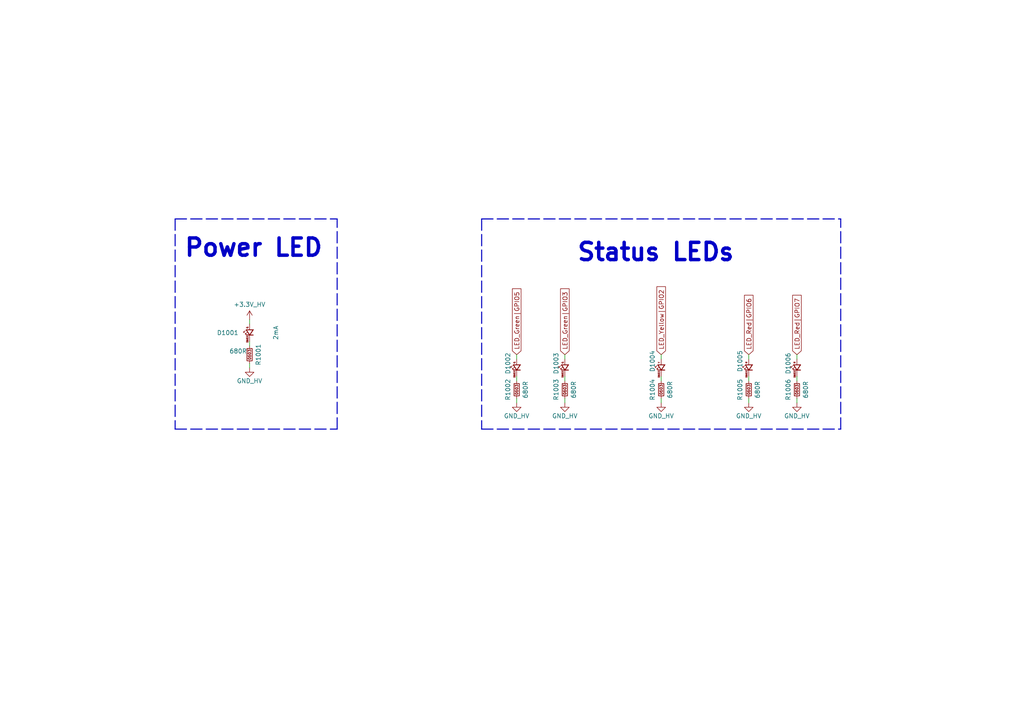
<source format=kicad_sch>
(kicad_sch (version 20250114) (generator "eeschema") (generator_version "9.0")
  (paper "A4")
  (title_block (title "LCB-CCB-01: Control Board - Debugger XDS100  / JTAG") (date "2025-02-21") (rev "1.1.0") (company "PADERBORN UNIVERSITY DEPARTMENT OF POWER ELECTRONICS AND ELECTRICAL DRIVES"))
  (lib_symbols
    (symbol "LEA_SymbolLibrary:+3.3V_HV" (power) (pin_numbers (hide yes)) (pin_names (offset 0)) (exclude_from_sim yes)
      (property "Value" "+3.3V_HV" (at 0 5.08 0))
      (symbol "+3.3V_HV_1_1"
        (polyline (pts (xy -0.762 1.27) (xy 0 2.54)))
        (polyline (pts (xy 0 2.54) (xy 0.762 1.27)))
        (polyline (pts (xy 0 0) (xy 0 2.54)))
        (pin power_in line (at 0 0 90) (length 0) (hide yes) (name "+3.3V_HV") (number "1"))
      )
    )
    (symbol "LEA_SymbolLibrary:GND_HV" (power) (pin_numbers (hide yes)) (pin_names (offset 0)) (exclude_from_sim yes)
      (property "Value" "GND_HV" (at 0 -3.81 0))
      (symbol "GND_HV_1_1"
        (polyline (pts (xy 0 0) (xy 0 -1.27) (xy 1.27 -1.27) (xy 0 -2.54) (xy -1.27 -1.27) (xy 0 -1.27)))
        (pin power_in line (at 0 0 90) (length 0) (hide yes) (name "GND_HV") (number "1"))
      )
    )
    (symbol "LEA_SymbolLibrary:LED_0603_G_2mA_APTD1608LCGCK " (pin_numbers (hide yes)) (pin_names (offset 1.016) (hide yes)) (exclude_from_sim yes)
      (property "Reference" "D" (at 0 2.921 0))
      (symbol "LED_0603_G_2mA_APTD1608LCGCK _0_0"
        (text "0603" (at -1.905 0.635 0) (effects (font (size 0.5 0.5))))
      )
      (symbol "LED_0603_G_2mA_APTD1608LCGCK _1_0"
        (text "G" (at 1.524 0.635 0) (effects (font (size 0.5 0.5))))
      )
      (symbol "LED_0603_G_2mA_APTD1608LCGCK _1_1"
        (polyline (pts (xy -0.6604 -1.0414) (xy -0.6604 0.9906)) (stroke (width 0.254)))
        (polyline (pts (xy 0.1016 0.7366) (xy -0.4064 1.2446) (xy -0.1524 1.2446) (xy -0.4064 1.2446) (xy -0.4064 0.9906)))
        (polyline (pts (xy 0.6096 1.2446) (xy 0.1016 1.7526) (xy 0.3556 1.7526) (xy 0.1016 1.7526) (xy 0.1016 1.4986)))
        (polyline (pts (xy 0.8636 -1.0414) (xy -0.6604 -0.0254) (xy 0.8636 0.9906) (xy 0.8636 -1.0414)) (stroke (width 0.254)))
        (pin passive line (at -2.54 0 0) (length 1.778) (name "C") (number "C"))
        (pin passive line (at 2.54 0 180) (length 1.6002) (name "A") (number "A"))
      )
    )
    (symbol "LEA_SymbolLibrary:LED_0603_R_2mA_APHD1608LSURCK" (pin_numbers (hide yes)) (pin_names (offset 1.016) (hide yes)) (exclude_from_sim yes)
      (property "Reference" "D" (at 0 2.667 0))
      (symbol "LED_0603_R_2mA_APHD1608LSURCK_0_0"
        (text "0603" (at -1.905 0.635 0) (effects (font (size 0.5 0.5))))
      )
      (symbol "LED_0603_R_2mA_APHD1608LSURCK_1_0"
        (text "R" (at 1.524 0.635 0) (effects (font (size 0.5 0.5))))
      )
      (symbol "LED_0603_R_2mA_APHD1608LSURCK_1_1"
        (polyline (pts (xy -0.6604 -1.0414) (xy -0.6604 0.9906)) (stroke (width 0.254)))
        (polyline (pts (xy 0.1016 0.7366) (xy -0.4064 1.2446) (xy -0.1524 1.2446) (xy -0.4064 1.2446) (xy -0.4064 0.9906)))
        (polyline (pts (xy 0.6096 1.2446) (xy 0.1016 1.7526) (xy 0.3556 1.7526) (xy 0.1016 1.7526) (xy 0.1016 1.4986)))
        (polyline (pts (xy 0.8636 -1.0414) (xy -0.6604 -0.0254) (xy 0.8636 0.9906) (xy 0.8636 -1.0414)) (stroke (width 0.254)))
        (pin passive line (at -2.54 0 0) (length 1.778) (name "C") (number "C"))
        (pin passive line (at 2.54 0 180) (length 1.6002) (name "A") (number "A"))
      )
    )
    (symbol "LEA_SymbolLibrary:LED_0603_Y_2mA_APTD1608LSYCK" (pin_numbers (hide yes)) (pin_names (offset 1.016) (hide yes)) (exclude_from_sim yes)
      (property "Reference" "D" (at 0 2.667 0))
      (symbol "LED_0603_Y_2mA_APTD1608LSYCK_0_0"
        (text "0603" (at -1.905 0.635 0) (effects (font (size 0.5 0.5))))
      )
      (symbol "LED_0603_Y_2mA_APTD1608LSYCK_1_0"
        (text "Y" (at 1.524 0.635 0) (effects (font (size 0.5 0.5))))
      )
      (symbol "LED_0603_Y_2mA_APTD1608LSYCK_1_1"
        (polyline (pts (xy -0.6604 -1.0414) (xy -0.6604 0.9906)) (stroke (width 0.254)))
        (polyline (pts (xy 0.1016 0.7366) (xy -0.4064 1.2446) (xy -0.1524 1.2446) (xy -0.4064 1.2446) (xy -0.4064 0.9906)))
        (polyline (pts (xy 0.6096 1.2446) (xy 0.1016 1.7526) (xy 0.3556 1.7526) (xy 0.1016 1.7526) (xy 0.1016 1.4986)))
        (polyline (pts (xy 0.8636 -1.0414) (xy -0.6604 -0.0254) (xy 0.8636 0.9906) (xy 0.8636 -1.0414)) (stroke (width 0.254)))
        (pin passive line (at -2.54 0 0) (length 1.778) (name "C") (number "C"))
        (pin passive line (at 2.54 0 180) (length 1.6002) (name "A") (number "A"))
      )
    )
    (symbol "LEA_SymbolLibrary:R_0603_680R_THICK__1P__75V" (pin_numbers (hide yes)) (pin_names (offset 0.254) (hide yes)) (exclude_from_sim yes)
      (property "Reference" "R" (at 0.762 0.508 0))
      (property "Value" "680R" (at 0.762 -1.016 0))
      (symbol "R_0603_680R_THICK__1P__75V_0_0"
        (text "0603" (at 0 0 900) (effects (font (size 0.8 0.8))))
      )
      (symbol "R_0603_680R_THICK__1P__75V_0_1"
        (rectangle (start -0.762 1.778) (end 0.762 -1.778) (stroke (width 0.2032)))
      )
      (symbol "R_0603_680R_THICK__1P__75V_1_1"
        (pin passive line (at 0 2.54 270) (length 0.762) (name "~") (number "1"))
        (pin passive line (at 0 -2.54 90) (length 0.762) (name "~") (number "2"))
      )
    )
  )
  (text "Status LEDs" (at 213.36 76.2 0) (effects (font (size 5 5) (bold yes)) (justify right bottom)))
  (text "Power LED" (at 93.98 74.93 0) (effects (font (size 5 5) (thickness 1) (bold yes)) (justify right bottom)))
  (wire (pts (xy 72.39 99.06) (xy 72.39 100.33)))
  (polyline (pts (xy 50.8 63.5) (xy 97.79 63.5)) (stroke (width 0.3) (type dash)))
  (wire (pts (xy 191.77 115.57) (xy 191.77 116.84)))
  (wire (pts (xy 149.86 109.22) (xy 149.86 110.49)))
  (polyline (pts (xy 243.84 124.46) (xy 243.84 63.5)) (stroke (width 0.3) (type dash)))
  (wire (pts (xy 191.77 109.22) (xy 191.77 110.49)))
  (wire (pts (xy 163.83 102.87) (xy 163.83 104.14)))
  (polyline (pts (xy 139.7 63.5) (xy 243.84 63.5)) (stroke (width 0.3) (type dash)))
  (wire (pts (xy 231.14 109.22) (xy 231.14 110.49)))
  (wire (pts (xy 191.77 102.87) (xy 191.77 104.14)))
  (polyline (pts (xy 97.79 124.46) (xy 97.79 63.5)) (stroke (width 0.3) (type dash)))
  (wire (pts (xy 149.86 102.87) (xy 149.86 104.14)))
  (wire (pts (xy 72.39 92.71) (xy 72.39 93.98)))
  (polyline (pts (xy 50.8 63.5) (xy 50.8 124.46)) (stroke (width 0.3) (type dash)))
  (polyline (pts (xy 139.7 124.46) (xy 243.84 124.46)) (stroke (width 0.3) (type dash)))
  (polyline (pts (xy 50.8 124.46) (xy 97.79 124.46)) (stroke (width 0.3) (type dash)))
  (wire (pts (xy 217.17 109.22) (xy 217.17 110.49)))
  (wire (pts (xy 217.17 102.87) (xy 217.17 104.14)))
  (wire (pts (xy 149.86 115.57) (xy 149.86 116.84)))
  (wire (pts (xy 163.83 109.22) (xy 163.83 110.49)))
  (wire (pts (xy 231.14 115.57) (xy 231.14 116.84)))
  (polyline (pts (xy 139.7 63.5) (xy 139.7 124.46)) (stroke (width 0.3) (type dash)))
  (wire (pts (xy 217.17 115.57) (xy 217.17 116.84)))
  (wire (pts (xy 231.14 102.87) (xy 231.14 104.14)))
  (wire (pts (xy 72.39 105.41) (xy 72.39 106.68)))
  (wire (pts (xy 163.83 115.57) (xy 163.83 116.84)))
  (global_label "LED_Green|GPIO5" (shape input) (at 149.86 102.87 90) (property "Intersheetrefs" "${INTERSHEET_REFS}" (effects (hide yes))))
  (global_label "LED_Red|GPIO7" (shape input) (at 231.14 102.87 90) (property "Intersheetrefs" "${INTERSHEET_REFS}" (effects (hide yes))))
  (global_label "LED_Green|GPIO3" (shape input) (at 163.83 102.87 90) (property "Intersheetrefs" "${INTERSHEET_REFS}" (effects (hide yes))))
  (global_label "LED_Red|GPIO6" (shape input) (at 217.17 102.87 90) (property "Intersheetrefs" "${INTERSHEET_REFS}" (effects (hide yes))))
  (global_label "LED_Yellow|GPIO2" (shape input) (at 191.77 102.87 90) (property "Intersheetrefs" "${INTERSHEET_REFS}" (effects (hide yes))))
  (symbol (lib_id "LEA_SymbolLibrary:LED_0603_G_2mA_APTD1608LCGCK ") (at 72.39 96.52 90) (unit 1) (exclude_from_sim yes)
    (property "Reference" "D1001" (at 66.04 96.52 90))
    (property "Value" "2mA" (at 80.01 96.52 0))
    (property "Footprint" "LEA_FootprintLibrary:LED_0603_G" (effects (hide yes)))
    (property "Datasheet" "https://www.mouser.de/datasheet/2/216/APTD1608LCGCK-1102124.pdf" (effects (hide yes)))
    (property "Description" "LED 0603, Green, If 2mA, Vf 1.9V" (effects (hide yes)))
    (property "Manufacturer" "Kingbright" (effects (hide yes)))
    (property "mouser#" "604-APTD1608LCGCK" (effects (hide yes)))
    (property "manf#" "APTD1608LCGCK" (effects (hide yes)))
  )
  (symbol (lib_id "LEA_SymbolLibrary:R_0603_680R_THICK__1P__75V") (at 72.39 102.87 180) (unit 1) (exclude_from_sim yes)
    (property "Reference" "R1001" (at 74.93 102.87 90))
    (property "Value" "680R" (at 71.628 101.854 0) (effects (justify left)))
    (property "Footprint" "LEA_FootprintLibrary:R_0603" (effects (hide yes)))
    (property "Description" "Resistor 0603" (effects (hide yes)))
    (property "Manufacturer" "Vishay" (effects (hide yes)))
    (property "manf#" "CRCW0603680RFKEAC" (effects (hide yes)))
    (property "mouser#" "71-CRCW0603680RFKEAC" (effects (hide yes)))
  )
  (symbol (lib_id "LEA_SymbolLibrary:+3.3V_HV") (at 72.39 92.71 0) (unit 1)
    (property "Reference" "#PWR01001" (effects (hide yes)))
    (property "Value" "+3.3V_HV" (at 72.39 88.3158 0))
    (property "Description" "Power symbol creates a global label with name \"+3.3V_HV\"" (effects (hide yes)))
  )
  (symbol (lib_id "LEA_SymbolLibrary:GND_HV") (at 72.39 106.68 0) (unit 1)
    (property "Reference" "#PWR01002" (effects (hide yes)))
    (property "Value" "GND_HV" (at 72.39 110.49 0))
    (property "Description" "Power symbol creates a global label with name \"GND_HV\" , ground" (effects (hide yes)))
  )
  (symbol (lib_id "LEA_SymbolLibrary:LED_0603_G_2mA_APTD1608LCGCK ") (at 163.83 106.68 90) (unit 1) (exclude_from_sim yes)
    (property "Reference" "D1003" (at 161.29 105.41 0))
    (property "Value" "2mA" (effects (hide yes)))
    (property "Footprint" "LEA_FootprintLibrary:LED_0603_G" (effects (hide yes)))
    (property "Datasheet" "https://www.mouser.de/datasheet/2/216/APTD1608LCGCK-1102124.pdf" (effects (hide yes)))
    (property "Description" "LED 0603, Green, If 2mA, Vf 1.9V" (effects (hide yes)))
    (property "Manufacturer" "Kingbright" (effects (hide yes)))
    (property "mouser#" "604-APTD1608LCGCK" (effects (hide yes)))
    (property "manf#" "APTD1608LCGCK" (effects (hide yes)))
  )
  (symbol (lib_id "LEA_SymbolLibrary:R_0603_680R_THICK__1P__75V") (at 163.83 113.03 180) (unit 1) (exclude_from_sim yes)
    (property "Reference" "R1003" (at 161.29 113.03 90))
    (property "Value" "680R" (at 166.37 110.49 90) (effects (justify left)))
    (property "Footprint" "LEA_FootprintLibrary:R_0603" (effects (hide yes)))
    (property "Description" "Resistor 0603" (effects (hide yes)))
    (property "Manufacturer" "Vishay" (effects (hide yes)))
    (property "manf#" "CRCW0603680RFKEAC" (effects (hide yes)))
    (property "mouser#" "71-CRCW0603680RFKEAC" (effects (hide yes)))
  )
  (symbol (lib_id "LEA_SymbolLibrary:GND_HV") (at 163.83 116.84 0) (unit 1)
    (property "Reference" "#PWR01004" (effects (hide yes)))
    (property "Value" "GND_HV" (at 163.83 120.65 0))
    (property "Description" "Power symbol creates a global label with name \"GND_HV\" , ground" (effects (hide yes)))
  )
  (symbol (lib_id "LEA_SymbolLibrary:R_0603_680R_THICK__1P__75V") (at 191.77 113.03 180) (unit 1) (exclude_from_sim yes)
    (property "Reference" "R1004" (at 189.23 113.03 90))
    (property "Value" "680R" (at 194.31 110.49 90) (effects (justify left)))
    (property "Footprint" "LEA_FootprintLibrary:R_0603" (effects (hide yes)))
    (property "Description" "Resistor 0603" (effects (hide yes)))
    (property "Manufacturer" "Vishay" (effects (hide yes)))
    (property "manf#" "CRCW0603680RFKEAC" (effects (hide yes)))
    (property "mouser#" "71-CRCW0603680RFKEAC" (effects (hide yes)))
  )
  (symbol (lib_id "LEA_SymbolLibrary:GND_HV") (at 191.77 116.84 0) (unit 1)
    (property "Reference" "#PWR01005" (effects (hide yes)))
    (property "Value" "GND_HV" (at 191.77 120.65 0))
    (property "Description" "Power symbol creates a global label with name \"GND_HV\" , ground" (effects (hide yes)))
  )
  (symbol (lib_id "LEA_SymbolLibrary:R_0603_680R_THICK__1P__75V") (at 217.17 113.03 180) (unit 1) (exclude_from_sim yes)
    (property "Reference" "R1005" (at 214.63 113.03 90))
    (property "Value" "680R" (at 219.71 110.49 90) (effects (justify left)))
    (property "Footprint" "LEA_FootprintLibrary:R_0603" (effects (hide yes)))
    (property "Description" "Resistor 0603" (effects (hide yes)))
    (property "Manufacturer" "Vishay" (effects (hide yes)))
    (property "manf#" "CRCW0603680RFKEAC" (effects (hide yes)))
    (property "mouser#" "71-CRCW0603680RFKEAC" (effects (hide yes)))
  )
  (symbol (lib_id "LEA_SymbolLibrary:GND_HV") (at 217.17 116.84 0) (unit 1)
    (property "Reference" "#PWR01006" (effects (hide yes)))
    (property "Value" "GND_HV" (at 217.17 120.65 0))
    (property "Description" "Power symbol creates a global label with name \"GND_HV\" , ground" (effects (hide yes)))
  )
  (symbol (lib_id "LEA_SymbolLibrary:LED_0603_R_2mA_APHD1608LSURCK") (at 217.17 106.68 90) (unit 1) (exclude_from_sim yes)
    (property "Reference" "D1005" (at 214.63 101.6 0) (effects (justify right)))
    (property "Value" "2mA" (effects (hide yes)))
    (property "Footprint" "LEA_FootprintLibrary:LED_0603_R" (effects (hide yes)))
    (property "Datasheet" "https://eu.mouser.com/datasheet/2/216/APHD1608LSURCK-1100899.pdf" (effects (hide yes)))
    (property "Description" "LED 0603, Red, If 2mA, Vf 1.75V" (effects (hide yes)))
    (property "Manufacturer" "Kingbright" (effects (hide yes)))
    (property "mouser#" "604-APHD1608LSURCK" (effects (hide yes)))
    (property "manf#" "APHD1608LSURCK" (effects (hide yes)))
  )
  (symbol (lib_id "LEA_SymbolLibrary:LED_0603_Y_2mA_APTD1608LSYCK") (at 191.77 106.68 90) (unit 1) (exclude_from_sim yes)
    (property "Reference" "D1004" (at 189.23 101.6 0) (effects (justify right)))
    (property "Value" "2mA" (effects (hide yes)))
    (property "Footprint" "LEA_FootprintLibrary:LED_0603_Y" (effects (hide yes)))
    (property "Datasheet" "https://eu.mouser.com/datasheet/2/216/APHD1608LSURCK-1100899.pdf" (effects (hide yes)))
    (property "Description" "LED 0603, Yellow, If 2mA, Vf 1.85V" (effects (hide yes)))
    (property "Manufacturer" "Kingbright" (effects (hide yes)))
    (property "mouser#" "604-APTD1608LSYCK" (effects (hide yes)))
    (property "manf#" "APTD1608LSYCK" (effects (hide yes)))
  )
  (symbol (lib_id "LEA_SymbolLibrary:GND_HV") (at 231.14 116.84 0) (unit 1)
    (property "Reference" "#PWR01007" (effects (hide yes)))
    (property "Value" "GND_HV" (at 231.14 120.65 0))
    (property "Description" "Power symbol creates a global label with name \"GND_HV\" , ground" (effects (hide yes)))
  )
  (symbol (lib_id "LEA_SymbolLibrary:LED_0603_G_2mA_APTD1608LCGCK ") (at 149.86 106.68 90) (unit 1) (exclude_from_sim yes)
    (property "Reference" "D1002" (at 147.32 105.41 0))
    (property "Value" "2mA" (effects (hide yes)))
    (property "Footprint" "LEA_FootprintLibrary:LED_0603_G" (effects (hide yes)))
    (property "Datasheet" "https://www.mouser.de/datasheet/2/216/APTD1608LCGCK-1102124.pdf" (effects (hide yes)))
    (property "Description" "LED 0603, Green, If 2mA, Vf 1.9V" (effects (hide yes)))
    (property "Manufacturer" "Kingbright" (effects (hide yes)))
    (property "mouser#" "604-APTD1608LCGCK" (effects (hide yes)))
    (property "manf#" "APTD1608LCGCK" (effects (hide yes)))
  )
  (symbol (lib_id "LEA_SymbolLibrary:R_0603_680R_THICK__1P__75V") (at 149.86 113.03 180) (unit 1) (exclude_from_sim yes)
    (property "Reference" "R1002" (at 147.32 113.03 90))
    (property "Value" "680R" (at 152.4 110.49 90) (effects (justify left)))
    (property "Footprint" "LEA_FootprintLibrary:R_0603" (effects (hide yes)))
    (property "Description" "Resistor 0603" (effects (hide yes)))
    (property "Manufacturer" "Vishay" (effects (hide yes)))
    (property "manf#" "CRCW0603680RFKEAC" (effects (hide yes)))
    (property "mouser#" "71-CRCW0603680RFKEAC" (effects (hide yes)))
  )
  (symbol (lib_id "LEA_SymbolLibrary:GND_HV") (at 149.86 116.84 0) (unit 1)
    (property "Reference" "#PWR01003" (effects (hide yes)))
    (property "Value" "GND_HV" (at 149.86 120.65 0))
    (property "Description" "Power symbol creates a global label with name \"GND_HV\" , ground" (effects (hide yes)))
  )
  (symbol (lib_id "LEA_SymbolLibrary:R_0603_680R_THICK__1P__75V") (at 231.14 113.03 180) (unit 1) (exclude_from_sim yes)
    (property "Reference" "R1006" (at 228.6 113.03 90))
    (property "Value" "680R" (at 233.68 110.49 90) (effects (justify left)))
    (property "Footprint" "LEA_FootprintLibrary:R_0603" (effects (hide yes)))
    (property "Description" "Resistor 0603" (effects (hide yes)))
    (property "Manufacturer" "Vishay" (effects (hide yes)))
    (property "manf#" "CRCW0603680RFKEAC" (effects (hide yes)))
    (property "mouser#" "71-CRCW0603680RFKEAC" (effects (hide yes)))
  )
  (symbol (lib_id "LEA_SymbolLibrary:LED_0603_R_2mA_APHD1608LSURCK") (at 231.14 106.68 90) (unit 1) (exclude_from_sim yes)
    (property "Reference" "D1006" (at 228.6 105.41 0))
    (property "Value" "2mA" (effects (hide yes)))
    (property "Footprint" "LEA_FootprintLibrary:LED_0603_R" (effects (hide yes)))
    (property "Datasheet" "https://eu.mouser.com/datasheet/2/216/APHD1608LSURCK-1100899.pdf" (effects (hide yes)))
    (property "Description" "LED 0603, Red, If 2mA, Vf 1.75V" (effects (hide yes)))
    (property "Manufacturer" "Kingbright" (effects (hide yes)))
    (property "mouser#" "604-APHD1608LSURCK" (effects (hide yes)))
    (property "manf#" "APHD1608LSURCK" (effects (hide yes)))
  )
)
</source>
